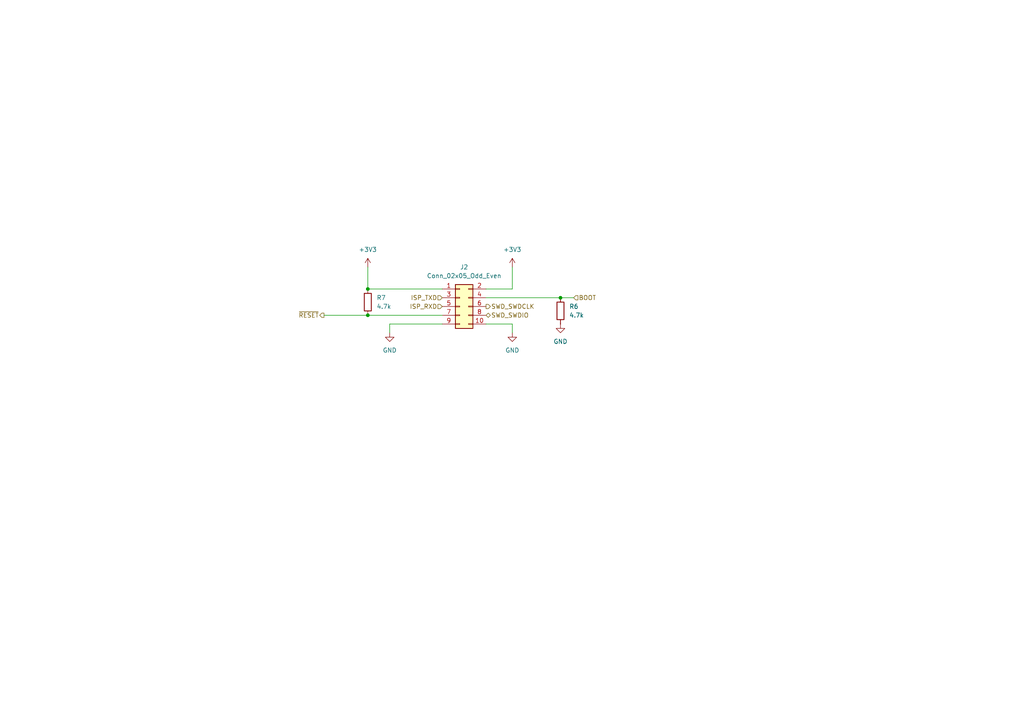
<source format=kicad_sch>
(kicad_sch (version 20231120) (generator "eeschema") (generator_version "8.0")
  (paper "A4")
  (title_block (date "2024-08-09"))
  (lib_symbols
    (symbol "Connector_Generic:Conn_02x05_Odd_Even" (pin_names (offset 1.016) hide)
      (property "Reference" "J" (at 1.27 7.62 0))
      (property "Value" "Conn_02x05_Odd_Even" (at 1.27 -7.62 0))
      (symbol "Conn_02x05_Odd_Even_1_1"
        (rectangle (start -1.27 -4.953) (end 0 -5.207) (stroke (width 0.1524)))
        (rectangle (start -1.27 -2.413) (end 0 -2.667) (stroke (width 0.1524)))
        (rectangle (start -1.27 0.127) (end 0 -0.127) (stroke (width 0.1524)))
        (rectangle (start -1.27 2.667) (end 0 2.413) (stroke (width 0.1524)))
        (rectangle (start -1.27 5.207) (end 0 4.953) (stroke (width 0.1524)))
        (rectangle (start -1.27 6.35) (end 3.81 -6.35) (stroke (width 0.254)) (fill (type background)))
        (rectangle (start 3.81 -4.953) (end 2.54 -5.207) (stroke (width 0.1524)))
        (rectangle (start 3.81 -2.413) (end 2.54 -2.667) (stroke (width 0.1524)))
        (rectangle (start 3.81 0.127) (end 2.54 -0.127) (stroke (width 0.1524)))
        (rectangle (start 3.81 2.667) (end 2.54 2.413) (stroke (width 0.1524)))
        (rectangle (start 3.81 5.207) (end 2.54 4.953) (stroke (width 0.1524)))
        (pin passive line (at -5.08 5.08 0) (length 3.81) (name "Pin_1") (number "1"))
        (pin passive line (at 7.62 -5.08 180) (length 3.81) (name "Pin_10") (number "10"))
        (pin passive line (at 7.62 5.08 180) (length 3.81) (name "Pin_2") (number "2"))
        (pin passive line (at -5.08 2.54 0) (length 3.81) (name "Pin_3") (number "3"))
        (pin passive line (at 7.62 2.54 180) (length 3.81) (name "Pin_4") (number "4"))
        (pin passive line (at -5.08 0 0) (length 3.81) (name "Pin_5") (number "5"))
        (pin passive line (at 7.62 0 180) (length 3.81) (name "Pin_6") (number "6"))
        (pin passive line (at -5.08 -2.54 0) (length 3.81) (name "Pin_7") (number "7"))
        (pin passive line (at 7.62 -2.54 180) (length 3.81) (name "Pin_8") (number "8"))
        (pin passive line (at -5.08 -5.08 0) (length 3.81) (name "Pin_9") (number "9"))
      )
    )
    (symbol "Device:R" (pin_numbers hide) (pin_names (offset 0))
      (property "Reference" "R" (at 2.032 0 90))
      (property "Value" "R" (at 0 0 90))
      (symbol "R_0_1"
        (rectangle (start -1.016 -2.54) (end 1.016 2.54) (stroke (width 0.254)))
      )
      (symbol "R_1_1"
        (pin passive line (at 0 3.81 270) (length 1.27) (name "~") (number "1"))
        (pin passive line (at 0 -3.81 90) (length 1.27) (name "~") (number "2"))
      )
    )
    (symbol "power:+3V3" (power) (pin_numbers hide) (pin_names (offset 0) hide)
      (property "Value" "+3V3" (at 0 3.556 0))
      (symbol "+3V3_0_1"
        (polyline (pts (xy -0.762 1.27) (xy 0 2.54)))
        (polyline (pts (xy 0 0) (xy 0 2.54)))
        (polyline (pts (xy 0 2.54) (xy 0.762 1.27)))
      )
      (symbol "+3V3_1_1"
        (pin power_in line (at 0 0 90) (length 0) (name "~") (number "1"))
      )
    )
    (symbol "power:GND" (power) (pin_numbers hide) (pin_names (offset 0) hide)
      (property "Value" "GND" (at 0 -3.81 0))
      (symbol "GND_0_1"
        (polyline (pts (xy 0 0) (xy 0 -1.27) (xy 1.27 -1.27) (xy 0 -2.54) (xy -1.27 -1.27) (xy 0 -1.27)))
      )
      (symbol "GND_1_1"
        (pin power_in line (at 0 0 270) (length 0) (name "~") (number "1"))
      )
    )
  )
  (junction (at 106.68 91.44))
  (junction (at 162.56 86.36))
  (junction (at 106.68 83.82))
  (wire (pts (xy 113.03 96.52) (xy 113.03 93.98)))
  (wire (pts (xy 148.59 96.52) (xy 148.59 93.98)))
  (wire (pts (xy 148.59 83.82) (xy 140.97 83.82)))
  (wire (pts (xy 162.56 86.36) (xy 166.37 86.36)))
  (wire (pts (xy 106.68 77.47) (xy 106.68 83.82)))
  (wire (pts (xy 106.68 83.82) (xy 128.27 83.82)))
  (wire (pts (xy 93.98 91.44) (xy 106.68 91.44)))
  (wire (pts (xy 148.59 93.98) (xy 140.97 93.98)))
  (wire (pts (xy 113.03 93.98) (xy 128.27 93.98)))
  (wire (pts (xy 106.68 91.44) (xy 128.27 91.44)))
  (wire (pts (xy 140.97 86.36) (xy 162.56 86.36)))
  (wire (pts (xy 148.59 77.47) (xy 148.59 83.82)))
  (hierarchical_label "BOOT" (shape input) (at 166.37 86.36 0))
  (hierarchical_label "ISP_RXD" (shape input) (at 128.27 88.9 180))
  (hierarchical_label "~{RESET}" (shape output) (at 93.98 91.44 180))
  (hierarchical_label "SWD_SWDCLK" (shape output) (at 140.97 88.9 0))
  (hierarchical_label "ISP_TXD" (shape input) (at 128.27 86.36 180))
  (hierarchical_label "SWD_SWDIO" (shape bidirectional) (at 140.97 91.44 0))
  (symbol (lib_id "power:GND") (at 162.56 93.98 0) (unit 1)
    (property "Reference" "#PWR017" (effects (hide yes)))
    (property "Value" "GND" (at 162.56 99.06 0))
    (property "Description" "Power symbol creates a global label with name \"GND\" , ground" (effects (hide yes)))
  )
  (symbol (lib_id "power:GND") (at 113.03 96.52 0) (unit 1)
    (property "Reference" "#PWR021" (effects (hide yes)))
    (property "Value" "GND" (at 113.03 101.6 0))
    (property "Description" "Power symbol creates a global label with name \"GND\" , ground" (effects (hide yes)))
  )
  (symbol (lib_id "Connector_Generic:Conn_02x05_Odd_Even") (at 133.35 88.9 0) (unit 1)
    (property "Reference" "J2" (at 134.62 77.47 0))
    (property "Value" "Conn_02x05_Odd_Even" (at 134.62 80.01 0))
    (property "Footprint" "Connector_PinHeader_2.54mm:PinHeader_2x05_P2.54mm_Vertical" (effects (hide yes)))
    (property "Description" "Generic connector, double row, 02x05, odd/even pin numbering scheme (row 1 odd numbers, row 2 even numbers), script generated (kicad-library-utils/schlib/autogen/connector/)" (effects (hide yes)))
  )
  (symbol (lib_id "Device:R") (at 106.68 87.63 0) (unit 1)
    (property "Reference" "R7" (at 109.22 86.3599 0) (effects (justify left)))
    (property "Value" "4.7k" (at 109.22 88.8999 0) (effects (justify left)))
    (property "Footprint" "Resistor_SMD:R_0805_2012Metric_Pad1.20x1.40mm_HandSolder" (effects (hide yes)))
    (property "Description" "Resistor" (effects (hide yes)))
  )
  (symbol (lib_id "power:GND") (at 148.59 96.52 0) (unit 1)
    (property "Reference" "#PWR020" (effects (hide yes)))
    (property "Value" "GND" (at 148.59 101.6 0))
    (property "Description" "Power symbol creates a global label with name \"GND\" , ground" (effects (hide yes)))
  )
  (symbol (lib_id "power:+3V3") (at 148.59 77.47 0) (unit 1)
    (property "Reference" "#PWR018" (effects (hide yes)))
    (property "Value" "+3V3" (at 148.59 72.39 0))
    (property "Description" "Power symbol creates a global label with name \"+3V3\"" (effects (hide yes)))
  )
  (symbol (lib_id "power:+3V3") (at 106.68 77.47 0) (unit 1)
    (property "Reference" "#PWR019" (effects (hide yes)))
    (property "Value" "+3V3" (at 106.68 72.39 0))
    (property "Description" "Power symbol creates a global label with name \"+3V3\"" (effects (hide yes)))
  )
  (symbol (lib_id "Device:R") (at 162.56 90.17 0) (unit 1)
    (property "Reference" "R6" (at 165.1 88.8999 0) (effects (justify left)))
    (property "Value" "4.7k" (at 165.1 91.4399 0) (effects (justify left)))
    (property "Footprint" "Resistor_SMD:R_0805_2012Metric_Pad1.20x1.40mm_HandSolder" (effects (hide yes)))
    (property "Description" "Resistor" (effects (hide yes)))
  )
)
</source>
